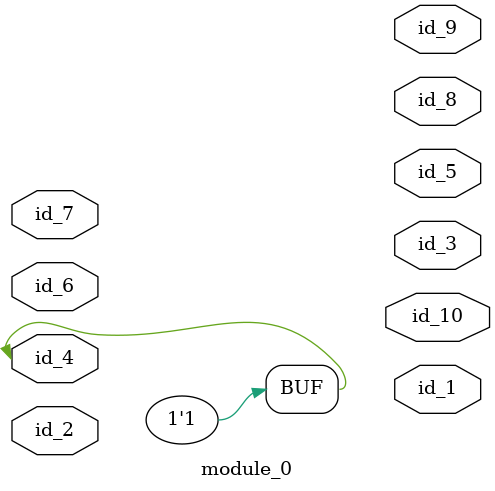
<source format=v>
module module_0 (
    id_1,
    id_2,
    id_3,
    id_4,
    id_5,
    id_6,
    id_7,
    id_8,
    id_9,
    id_10
);
  output wire id_10;
  output wire id_9;
  output wire id_8;
  inout wire id_7;
  inout wire id_6;
  output wire id_5;
  inout wire id_4;
  output wire id_3;
  input wire id_2;
  output wire id_1;
  wire id_11;
  integer id_12;
  assign id_4 = -1;
  wire id_13;
endmodule
module module_1 ();
  localparam id_1 = 1;
  module_0 modCall_1 (
      id_1,
      id_1,
      id_1,
      id_1,
      id_1,
      id_1,
      id_1,
      id_1,
      id_1,
      id_1
  );
endmodule

</source>
